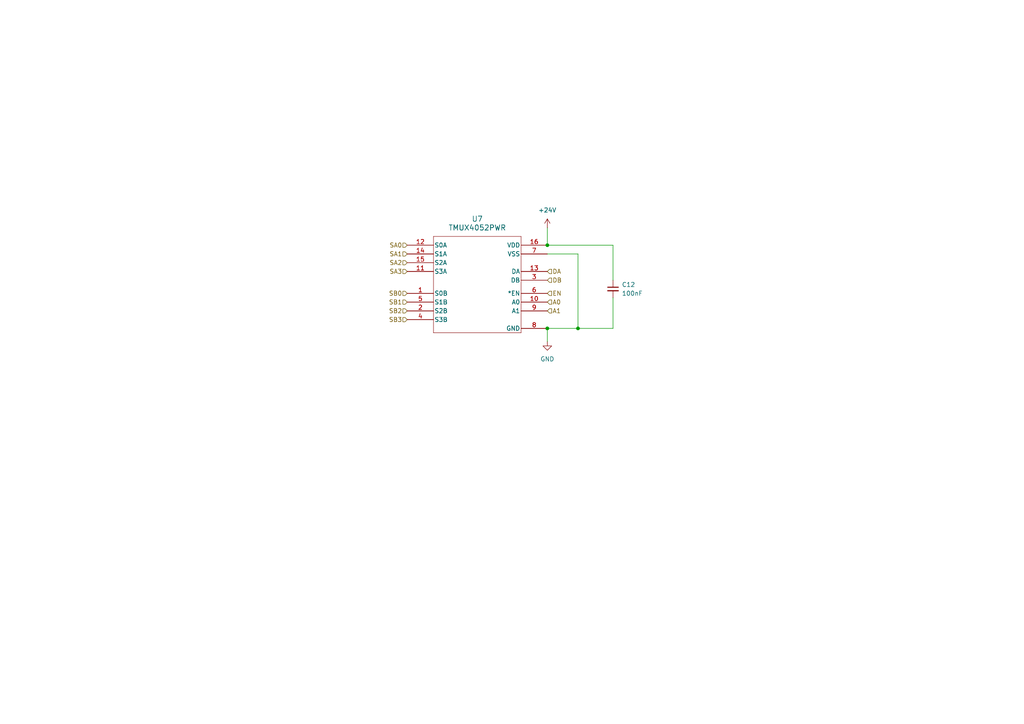
<source format=kicad_sch>
(kicad_sch (version 20250114) (generator "eeschema") (generator_version "9.0")
  (paper "A4")
  (lib_symbols
    (symbol "Device:C_Small" (pin_numbers (hide yes)) (pin_names (offset 0.254) (hide yes))
      (property "Reference" "C" (at 0.254 1.778 0))
      (property "Value" "C_Small" (at 0.254 -2.032 0))
      (symbol "C_Small_0_1"
        (polyline (pts (xy -1.524 0.508) (xy 1.524 0.508)) (stroke (width 0.3048)))
        (polyline (pts (xy -1.524 -0.508) (xy 1.524 -0.508)) (stroke (width 0.3302)))
      )
      (symbol "C_Small_1_1"
        (pin passive line (at 0 2.54 270) (length 2.032) (name "~") (number "1"))
        (pin passive line (at 0 -2.54 90) (length 2.032) (name "~") (number "2"))
      )
    )
    (symbol "power:+24V" (power) (pin_numbers (hide yes)) (pin_names (offset 0) (hide yes))
      (property "Value" "+24V" (at 0 3.556 0))
      (symbol "+24V_0_1"
        (polyline (pts (xy -0.762 1.27) (xy 0 2.54)))
        (polyline (pts (xy 0 2.54) (xy 0.762 1.27)))
        (polyline (pts (xy 0 0) (xy 0 2.54)))
      )
      (symbol "+24V_1_1"
        (pin power_in line (at 0 0 90) (length 0) (name "~") (number "1"))
      )
    )
    (symbol "power:GND" (power) (pin_numbers (hide yes)) (pin_names (offset 0) (hide yes))
      (property "Value" "GND" (at 0 -3.81 0))
      (symbol "GND_0_1"
        (polyline (pts (xy 0 0) (xy 0 -1.27) (xy 1.27 -1.27) (xy 0 -2.54) (xy -1.27 -1.27) (xy 0 -1.27)))
      )
      (symbol "GND_1_1"
        (pin power_in line (at 0 0 270) (length 0) (name "~") (number "1"))
      )
    )
    (symbol "yarrboard:TMUX4052PWR" (pin_names (offset 0.254))
      (property "Reference" "U" (at -7.366 18.796 0))
      (property "Value" "TMUX4052PWR" (at 0 16.51 0))
      (symbol "TMUX4052PWR_0_1"
        (polyline (pts (xy -12.7 13.97) (xy -12.7 -13.97)) (stroke (width 0.127)))
        (polyline (pts (xy -12.7 -13.97) (xy 12.7 -13.97)) (stroke (width 0.127)))
        (polyline (pts (xy 12.7 13.97) (xy -12.7 13.97)) (stroke (width 0.127)))
        (polyline (pts (xy 12.7 -13.97) (xy 12.7 13.97)) (stroke (width 0.127)))
        (pin bidirectional line (at -20.32 11.43 0) (length 7.62) (name "S0A") (number "12"))
        (pin bidirectional line (at -20.32 8.89 0) (length 7.62) (name "S1A") (number "14"))
        (pin bidirectional line (at -20.32 6.35 0) (length 7.62) (name "S2A") (number "15"))
        (pin bidirectional line (at -20.32 3.81 0) (length 7.62) (name "S3A") (number "11"))
        (pin bidirectional line (at -20.32 -2.54 0) (length 7.62) (name "S0B") (number "1"))
        (pin bidirectional line (at -20.32 -5.08 0) (length 7.62) (name "S1B") (number "5"))
        (pin bidirectional line (at -20.32 -7.62 0) (length 7.62) (name "S2B") (number "2"))
        (pin bidirectional line (at -20.32 -10.16 0) (length 7.62) (name "S3B") (number "4"))
        (pin power_in line (at 20.32 11.43 180) (length 7.62) (name "VDD") (number "16"))
        (pin power_out line (at 20.32 8.89 180) (length 7.62) (name "VSS") (number "7"))
        (pin bidirectional line (at 20.32 3.81 180) (length 7.62) (name "DA") (number "13"))
        (pin bidirectional line (at 20.32 1.27 180) (length 7.62) (name "DB") (number "3"))
        (pin input line (at 20.32 -2.54 180) (length 7.62) (name "*EN") (number "6"))
        (pin input line (at 20.32 -5.08 180) (length 7.62) (name "A0") (number "10"))
        (pin input line (at 20.32 -7.62 180) (length 7.62) (name "A1") (number "9"))
        (pin power_out line (at 20.32 -12.7 180) (length 7.62) (name "GND") (number "8"))
      )
    )
  )
  (junction (at 167.64 95.25))
  (junction (at 158.75 95.25))
  (junction (at 158.75 71.12))
  (wire (pts (xy 167.64 95.25) (xy 158.75 95.25)))
  (wire (pts (xy 177.8 86.36) (xy 177.8 95.25)))
  (wire (pts (xy 158.75 66.04) (xy 158.75 71.12)))
  (wire (pts (xy 177.8 71.12) (xy 177.8 81.28)))
  (wire (pts (xy 158.75 95.25) (xy 158.75 99.06)))
  (wire (pts (xy 158.75 73.66) (xy 167.64 73.66)))
  (wire (pts (xy 167.64 95.25) (xy 177.8 95.25)))
  (wire (pts (xy 158.75 71.12) (xy 177.8 71.12)))
  (wire (pts (xy 167.64 73.66) (xy 167.64 95.25)))
  (hierarchical_label "SB0" (shape input) (at 118.11 85.09 180))
  (hierarchical_label "SB3" (shape input) (at 118.11 92.71 180))
  (hierarchical_label "SB2" (shape input) (at 118.11 90.17 180))
  (hierarchical_label "SB1" (shape input) (at 118.11 87.63 180))
  (hierarchical_label "EN" (shape input) (at 158.75 85.09 0))
  (hierarchical_label "SA0" (shape input) (at 118.11 71.12 180))
  (hierarchical_label "SA3" (shape input) (at 118.11 78.74 180))
  (hierarchical_label "A0" (shape input) (at 158.75 87.63 0))
  (hierarchical_label "A1" (shape input) (at 158.75 90.17 0))
  (hierarchical_label "SA1" (shape input) (at 118.11 73.66 180))
  (hierarchical_label "DB" (shape input) (at 158.75 81.28 0))
  (hierarchical_label "DA" (shape input) (at 158.75 78.74 0))
  (hierarchical_label "SA2" (shape input) (at 118.11 76.2 180))
  (symbol (lib_id "power:GND") (at 158.75 99.06 0) (unit 1)
    (property "Reference" "#PWR021" (effects (hide yes)))
    (property "Value" "GND" (at 158.75 104.14 0))
    (property "Description" "Power symbol creates a global label with name \"GND\" , ground" (effects (hide yes)))
    (instances (project "sendit" (path "" (reference "#PWR046") (unit 1)) (path "" (reference "#PWR032") (unit 1)) (path "" (reference "#PWR080") (unit 1)) (path "" (reference "#PWR021") (unit 1)) (path "" (reference "#PWR091") (unit 1)) (path "" (reference "#PWR035") (unit 1)) (path "" (reference "#PWR058") (unit 1)) (path "" (reference "#PWR069") (unit 1))))
  )
  (symbol (lib_id "power:+24V") (at 158.75 66.04 0) (unit 1)
    (property "Reference" "#PWR020" (effects (hide yes)))
    (property "Value" "+24V" (at 158.75 60.96 0))
    (property "Description" "Power symbol creates a global label with name \"+24V\"" (effects (hide yes)))
    (instances (project "sendit" (path "" (reference "#PWR045") (unit 1)) (path "" (reference "#PWR031") (unit 1)) (path "" (reference "#PWR079") (unit 1)) (path "" (reference "#PWR020") (unit 1)) (path "" (reference "#PWR090") (unit 1)) (path "" (reference "#PWR034") (unit 1)) (path "" (reference "#PWR057") (unit 1)) (path "" (reference "#PWR068") (unit 1))))
  )
  (symbol (lib_id "Device:C_Small") (at 177.8 83.82 0) (unit 1)
    (property "Reference" "C5" (at 180.34 82.5563 0) (effects (justify left)))
    (property "Value" "100nF" (at 180.34 85.0963 0) (effects (justify left)))
    (property "Footprint" "Capacitor_SMD:C_0805_2012Metric_Pad1.18x1.45mm_HandSolder" (effects (hide yes)))
    (property "LCSC" "C49678" (effects (hide yes)))
    (instances (project "sendit" (path "" (reference "C12") (unit 1)) (path "" (reference "C9") (unit 1)) (path "" (reference "C18") (unit 1)) (path "" (reference "C5") (unit 1)) (path "" (reference "C20") (unit 1)) (path "" (reference "C10") (unit 1)) (path "" (reference "C14") (unit 1)) (path "" (reference "C16") (unit 1))))
  )
  (symbol (lib_id "yarrboard:TMUX4052PWR") (at 138.43 82.55 0) (unit 1)
    (property "Reference" "U3" (at 138.43 63.5 0) (effects (font (size 1.524 1.524))))
    (property "Value" "TMUX4052PWR" (at 138.43 66.04 0) (effects (font (size 1.524 1.524))))
    (property "Footprint" "yarrboard:TSSOP16-PW_TEX" (effects (hide yes)))
    (property "Datasheet" "TMUX4052PWR" (effects (hide yes)))
    (instances (project "sendit" (path "" (reference "U7") (unit 1)) (path "" (reference "U5") (unit 1)) (path "" (reference "U11") (unit 1)) (path "" (reference "U3") (unit 1)) (path "" (reference "U12") (unit 1)) (path "" (reference "U6") (unit 1)) (path "" (reference "U8") (unit 1)) (path "" (reference "U10") (unit 1))))
  )
)
</source>
